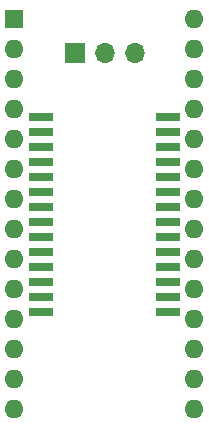
<source format=gbr>
%TF.GenerationSoftware,KiCad,Pcbnew,(6.0.11)*%
%TF.CreationDate,2024-01-03T21:36:34+00:00*%
%TF.ProjectId,BBCB-SWRAM-32,42424342-2d53-4575-9241-4d2d33322e6b,rev?*%
%TF.SameCoordinates,Original*%
%TF.FileFunction,Soldermask,Top*%
%TF.FilePolarity,Negative*%
%FSLAX46Y46*%
G04 Gerber Fmt 4.6, Leading zero omitted, Abs format (unit mm)*
G04 Created by KiCad (PCBNEW (6.0.11)) date 2024-01-03 21:36:34*
%MOMM*%
%LPD*%
G01*
G04 APERTURE LIST*
%ADD10R,2.107000X0.700000*%
%ADD11R,1.700000X1.700000*%
%ADD12O,1.700000X1.700000*%
%ADD13R,1.600000X1.600000*%
%ADD14O,1.600000X1.600000*%
G04 APERTURE END LIST*
D10*
%TO.C,U2*%
X154763000Y-65521000D03*
X154763000Y-66791000D03*
X154763000Y-68061000D03*
X154763000Y-69331000D03*
X154763000Y-70601000D03*
X154763000Y-71871000D03*
X154763000Y-73141000D03*
X154763000Y-74411000D03*
X154763000Y-75681000D03*
X154763000Y-76951000D03*
X154763000Y-78221000D03*
X154763000Y-79491000D03*
X154763000Y-80761000D03*
X154763000Y-82031000D03*
X165507000Y-82031000D03*
X165507000Y-80761000D03*
X165507000Y-79491000D03*
X165507000Y-78221000D03*
X165507000Y-76951000D03*
X165507000Y-75681000D03*
X165507000Y-74411000D03*
X165507000Y-73141000D03*
X165507000Y-71871000D03*
X165507000Y-70601000D03*
X165507000Y-69331000D03*
X165507000Y-68061000D03*
X165507000Y-66791000D03*
X165507000Y-65521000D03*
%TD*%
D11*
%TO.C,J1*%
X157610000Y-60115000D03*
D12*
X160150000Y-60115000D03*
X162690000Y-60115000D03*
%TD*%
D13*
%TO.C,U1*%
X152510000Y-57276000D03*
D14*
X152510000Y-59816000D03*
X152510000Y-62356000D03*
X152510000Y-64896000D03*
X152510000Y-67436000D03*
X152510000Y-69976000D03*
X152510000Y-72516000D03*
X152510000Y-75056000D03*
X152510000Y-77596000D03*
X152510000Y-80136000D03*
X152510000Y-82676000D03*
X152510000Y-85216000D03*
X152510000Y-87756000D03*
X152510000Y-90296000D03*
X167750000Y-90296000D03*
X167750000Y-87756000D03*
X167750000Y-85216000D03*
X167750000Y-82676000D03*
X167750000Y-80136000D03*
X167750000Y-77596000D03*
X167750000Y-75056000D03*
X167750000Y-72516000D03*
X167750000Y-69976000D03*
X167750000Y-67436000D03*
X167750000Y-64896000D03*
X167750000Y-62356000D03*
X167750000Y-59816000D03*
X167750000Y-57276000D03*
%TD*%
M02*

</source>
